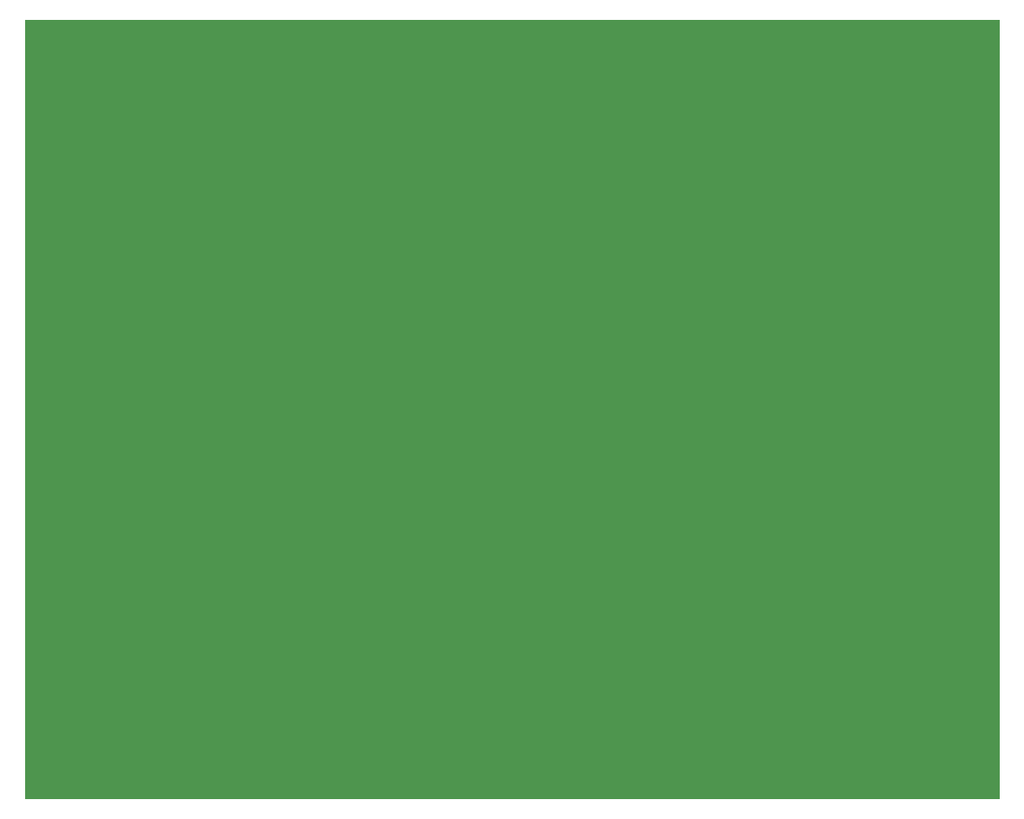
<source format=gts>
G04 #@! TF.GenerationSoftware,KiCad,Pcbnew,5.1.2-f72e74a~84~ubuntu18.04.1*
G04 #@! TF.CreationDate,2019-06-18T11:16:38+09:00*
G04 #@! TF.ProjectId,top-plate,746f702d-706c-4617-9465-2e6b69636164,rev?*
G04 #@! TF.SameCoordinates,Original*
G04 #@! TF.FileFunction,Soldermask,Top*
G04 #@! TF.FilePolarity,Negative*
%FSLAX46Y46*%
G04 Gerber Fmt 4.6, Leading zero omitted, Abs format (unit mm)*
G04 Created by KiCad (PCBNEW 5.1.2-f72e74a~84~ubuntu18.04.1) date 2019-06-18 11:16:38*
%MOMM*%
%LPD*%
G04 APERTURE LIST*
%ADD10C,0.100000*%
G04 APERTURE END LIST*
D10*
G36*
X142875000Y-100012500D02*
G01*
X47625000Y-100012500D01*
X47625000Y-23812500D01*
X142875000Y-23812500D01*
X142875000Y-100012500D01*
X142875000Y-100012500D01*
G37*
M02*

</source>
